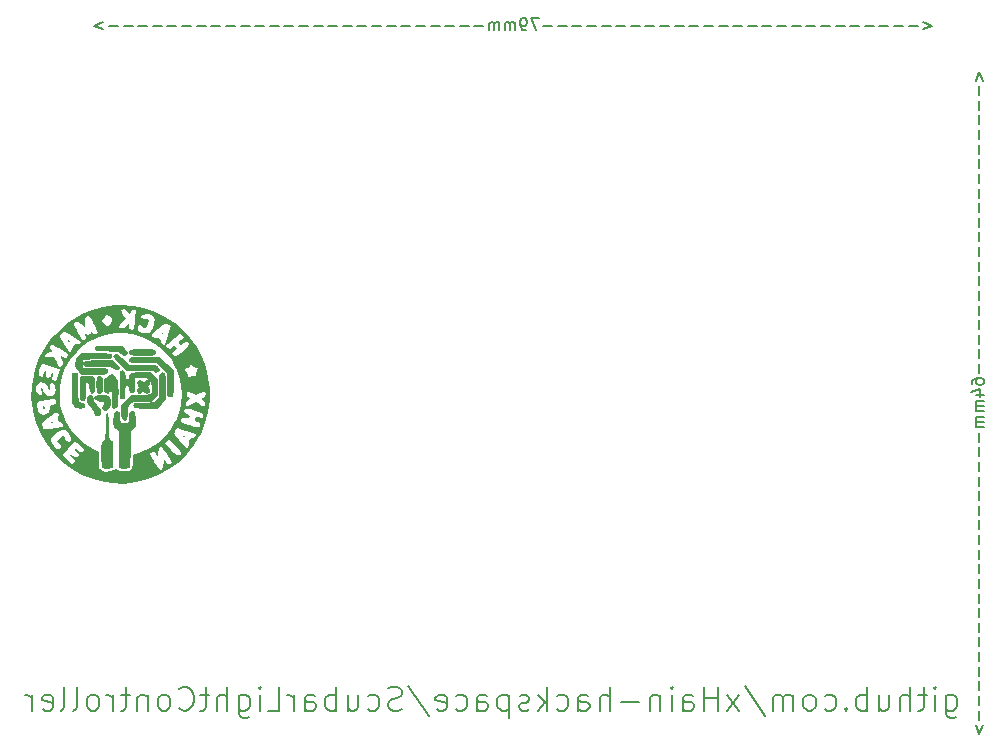
<source format=gbr>
%TF.GenerationSoftware,KiCad,Pcbnew,(5.99.0-11674-g69322a18e7)*%
%TF.CreationDate,2021-09-14T17:31:02+01:00*%
%TF.ProjectId,ScubarLightController,53637562-6172-44c6-9967-6874436f6e74,rev?*%
%TF.SameCoordinates,Original*%
%TF.FileFunction,Legend,Bot*%
%TF.FilePolarity,Positive*%
%FSLAX46Y46*%
G04 Gerber Fmt 4.6, Leading zero omitted, Abs format (unit mm)*
G04 Created by KiCad (PCBNEW (5.99.0-11674-g69322a18e7)) date 2021-09-14 17:31:02*
%MOMM*%
%LPD*%
G01*
G04 APERTURE LIST*
%ADD10C,0.150000*%
%ADD11C,1.400000*%
%ADD12O,1.400000X1.400000*%
%ADD13R,1.500000X1.050000*%
%ADD14O,1.500000X1.050000*%
%ADD15R,1.700000X1.700000*%
%ADD16O,1.700000X1.700000*%
%ADD17C,6.400000*%
%ADD18C,0.800000*%
%ADD19R,2.600000X2.600000*%
%ADD20C,2.600000*%
%ADD21O,1.600000X1.600000*%
%ADD22R,1.600000X1.600000*%
%ADD23C,1.524000*%
%ADD24R,1.050000X1.500000*%
%ADD25O,1.050000X1.500000*%
%ADD26C,1.600000*%
%ADD27R,1.800000X1.800000*%
%ADD28C,1.800000*%
G04 APERTURE END LIST*
D10*
X95674285Y-22391714D02*
X96436190Y-22677428D01*
X95674285Y-22963142D01*
X95198095Y-22677428D02*
X94436190Y-22677428D01*
X93960000Y-22677428D02*
X93198095Y-22677428D01*
X92721904Y-22677428D02*
X91960000Y-22677428D01*
X91483809Y-22677428D02*
X90721904Y-22677428D01*
X90245714Y-22677428D02*
X89483809Y-22677428D01*
X89007619Y-22677428D02*
X88245714Y-22677428D01*
X87769523Y-22677428D02*
X87007619Y-22677428D01*
X86531428Y-22677428D02*
X85769523Y-22677428D01*
X85293333Y-22677428D02*
X84531428Y-22677428D01*
X84055238Y-22677428D02*
X83293333Y-22677428D01*
X82817142Y-22677428D02*
X82055238Y-22677428D01*
X81579047Y-22677428D02*
X80817142Y-22677428D01*
X80340952Y-22677428D02*
X79579047Y-22677428D01*
X79102857Y-22677428D02*
X78340952Y-22677428D01*
X77864761Y-22677428D02*
X77102857Y-22677428D01*
X76626666Y-22677428D02*
X75864761Y-22677428D01*
X75388571Y-22677428D02*
X74626666Y-22677428D01*
X74150476Y-22677428D02*
X73388571Y-22677428D01*
X72912380Y-22677428D02*
X72150476Y-22677428D01*
X71674285Y-22677428D02*
X70912380Y-22677428D01*
X70436190Y-22677428D02*
X69674285Y-22677428D01*
X69198095Y-22677428D02*
X68436190Y-22677428D01*
X67960000Y-22677428D02*
X67198095Y-22677428D01*
X66721904Y-22677428D02*
X65960000Y-22677428D01*
X65483809Y-22677428D02*
X64721904Y-22677428D01*
X64245714Y-22677428D02*
X63483809Y-22677428D01*
X63102857Y-22058380D02*
X62436190Y-22058380D01*
X62864761Y-23058380D01*
X62007619Y-23058380D02*
X61817142Y-23058380D01*
X61721904Y-23010761D01*
X61674285Y-22963142D01*
X61579047Y-22820285D01*
X61531428Y-22629809D01*
X61531428Y-22248857D01*
X61579047Y-22153619D01*
X61626666Y-22106000D01*
X61721904Y-22058380D01*
X61912380Y-22058380D01*
X62007619Y-22106000D01*
X62055238Y-22153619D01*
X62102857Y-22248857D01*
X62102857Y-22486952D01*
X62055238Y-22582190D01*
X62007619Y-22629809D01*
X61912380Y-22677428D01*
X61721904Y-22677428D01*
X61626666Y-22629809D01*
X61579047Y-22582190D01*
X61531428Y-22486952D01*
X61102857Y-23058380D02*
X61102857Y-22391714D01*
X61102857Y-22486952D02*
X61055238Y-22439333D01*
X60960000Y-22391714D01*
X60817142Y-22391714D01*
X60721904Y-22439333D01*
X60674285Y-22534571D01*
X60674285Y-23058380D01*
X60674285Y-22534571D02*
X60626666Y-22439333D01*
X60531428Y-22391714D01*
X60388571Y-22391714D01*
X60293333Y-22439333D01*
X60245714Y-22534571D01*
X60245714Y-23058380D01*
X59769523Y-23058380D02*
X59769523Y-22391714D01*
X59769523Y-22486952D02*
X59721904Y-22439333D01*
X59626666Y-22391714D01*
X59483809Y-22391714D01*
X59388571Y-22439333D01*
X59340952Y-22534571D01*
X59340952Y-23058380D01*
X59340952Y-22534571D02*
X59293333Y-22439333D01*
X59198095Y-22391714D01*
X59055238Y-22391714D01*
X58960000Y-22439333D01*
X58912380Y-22534571D01*
X58912380Y-23058380D01*
X58436190Y-22677428D02*
X57674285Y-22677428D01*
X57198095Y-22677428D02*
X56436190Y-22677428D01*
X55960000Y-22677428D02*
X55198095Y-22677428D01*
X54721904Y-22677428D02*
X53960000Y-22677428D01*
X53483809Y-22677428D02*
X52721904Y-22677428D01*
X52245714Y-22677428D02*
X51483809Y-22677428D01*
X51007619Y-22677428D02*
X50245714Y-22677428D01*
X49769523Y-22677428D02*
X49007619Y-22677428D01*
X48531428Y-22677428D02*
X47769523Y-22677428D01*
X47293333Y-22677428D02*
X46531428Y-22677428D01*
X46055238Y-22677428D02*
X45293333Y-22677428D01*
X44817142Y-22677428D02*
X44055238Y-22677428D01*
X43579047Y-22677428D02*
X42817142Y-22677428D01*
X42340952Y-22677428D02*
X41579047Y-22677428D01*
X41102857Y-22677428D02*
X40340952Y-22677428D01*
X39864761Y-22677428D02*
X39102857Y-22677428D01*
X38626666Y-22677428D02*
X37864761Y-22677428D01*
X37388571Y-22677428D02*
X36626666Y-22677428D01*
X36150476Y-22677428D02*
X35388571Y-22677428D01*
X34912380Y-22677428D02*
X34150476Y-22677428D01*
X33674285Y-22677428D02*
X32912380Y-22677428D01*
X32436190Y-22677428D02*
X31674285Y-22677428D01*
X31198095Y-22677428D02*
X30436190Y-22677428D01*
X29959999Y-22677428D02*
X29198095Y-22677428D01*
X28721904Y-22677428D02*
X27959999Y-22677428D01*
X27483809Y-22677428D02*
X26721904Y-22677428D01*
X26245714Y-22391714D02*
X25483809Y-22677428D01*
X26245714Y-22963142D01*
X100115714Y-27324285D02*
X100401428Y-26562380D01*
X100687142Y-27324285D01*
X100401428Y-27800476D02*
X100401428Y-28562380D01*
X100401428Y-29038571D02*
X100401428Y-29800476D01*
X100401428Y-30276666D02*
X100401428Y-31038571D01*
X100401428Y-31514761D02*
X100401428Y-32276666D01*
X100401428Y-32752857D02*
X100401428Y-33514761D01*
X100401428Y-33990952D02*
X100401428Y-34752857D01*
X100401428Y-35229047D02*
X100401428Y-35990952D01*
X100401428Y-36467142D02*
X100401428Y-37229047D01*
X100401428Y-37705238D02*
X100401428Y-38467142D01*
X100401428Y-38943333D02*
X100401428Y-39705238D01*
X100401428Y-40181428D02*
X100401428Y-40943333D01*
X100401428Y-41419523D02*
X100401428Y-42181428D01*
X100401428Y-42657619D02*
X100401428Y-43419523D01*
X100401428Y-43895714D02*
X100401428Y-44657619D01*
X100401428Y-45133809D02*
X100401428Y-45895714D01*
X100401428Y-46371904D02*
X100401428Y-47133809D01*
X100401428Y-47609999D02*
X100401428Y-48371904D01*
X100401428Y-48848095D02*
X100401428Y-49609999D01*
X100401428Y-50086190D02*
X100401428Y-50848095D01*
X100401428Y-51324285D02*
X100401428Y-52086190D01*
X99782380Y-52990952D02*
X99782380Y-52800476D01*
X99830000Y-52705238D01*
X99877619Y-52657619D01*
X100020476Y-52562380D01*
X100210952Y-52514761D01*
X100591904Y-52514761D01*
X100687142Y-52562380D01*
X100734761Y-52609999D01*
X100782380Y-52705238D01*
X100782380Y-52895714D01*
X100734761Y-52990952D01*
X100687142Y-53038571D01*
X100591904Y-53086190D01*
X100353809Y-53086190D01*
X100258571Y-53038571D01*
X100210952Y-52990952D01*
X100163333Y-52895714D01*
X100163333Y-52705238D01*
X100210952Y-52609999D01*
X100258571Y-52562380D01*
X100353809Y-52514761D01*
X100115714Y-53943333D02*
X100782380Y-53943333D01*
X99734761Y-53705238D02*
X100449047Y-53467142D01*
X100449047Y-54086190D01*
X100782380Y-54467142D02*
X100115714Y-54467142D01*
X100210952Y-54467142D02*
X100163333Y-54514761D01*
X100115714Y-54609999D01*
X100115714Y-54752857D01*
X100163333Y-54848095D01*
X100258571Y-54895714D01*
X100782380Y-54895714D01*
X100258571Y-54895714D02*
X100163333Y-54943333D01*
X100115714Y-55038571D01*
X100115714Y-55181428D01*
X100163333Y-55276666D01*
X100258571Y-55324285D01*
X100782380Y-55324285D01*
X100782380Y-55800476D02*
X100115714Y-55800476D01*
X100210952Y-55800476D02*
X100163333Y-55848095D01*
X100115714Y-55943333D01*
X100115714Y-56086190D01*
X100163333Y-56181428D01*
X100258571Y-56229047D01*
X100782380Y-56229047D01*
X100258571Y-56229047D02*
X100163333Y-56276666D01*
X100115714Y-56371904D01*
X100115714Y-56514761D01*
X100163333Y-56609999D01*
X100258571Y-56657619D01*
X100782380Y-56657619D01*
X100401428Y-57133809D02*
X100401428Y-57895714D01*
X100401428Y-58371904D02*
X100401428Y-59133809D01*
X100401428Y-59609999D02*
X100401428Y-60371904D01*
X100401428Y-60848095D02*
X100401428Y-61609999D01*
X100401428Y-62086190D02*
X100401428Y-62848095D01*
X100401428Y-63324285D02*
X100401428Y-64086190D01*
X100401428Y-64562380D02*
X100401428Y-65324285D01*
X100401428Y-65800476D02*
X100401428Y-66562380D01*
X100401428Y-67038571D02*
X100401428Y-67800476D01*
X100401428Y-68276666D02*
X100401428Y-69038571D01*
X100401428Y-69514761D02*
X100401428Y-70276666D01*
X100401428Y-70752857D02*
X100401428Y-71514761D01*
X100401428Y-71990952D02*
X100401428Y-72752857D01*
X100401428Y-73229047D02*
X100401428Y-73990952D01*
X100401428Y-74467142D02*
X100401428Y-75229047D01*
X100401428Y-75705238D02*
X100401428Y-76467142D01*
X100401428Y-76943333D02*
X100401428Y-77705238D01*
X100401428Y-78181428D02*
X100401428Y-78943333D01*
X100401428Y-79419523D02*
X100401428Y-80181428D01*
X100401428Y-80657619D02*
X100401428Y-81419523D01*
X100115714Y-81895714D02*
X100401428Y-82657619D01*
X100687142Y-81895714D01*
X97610571Y-79327428D02*
X97610571Y-80946476D01*
X97705809Y-81136952D01*
X97801047Y-81232190D01*
X97991523Y-81327428D01*
X98277238Y-81327428D01*
X98467714Y-81232190D01*
X97610571Y-80565523D02*
X97801047Y-80660761D01*
X98182000Y-80660761D01*
X98372476Y-80565523D01*
X98467714Y-80470285D01*
X98562952Y-80279809D01*
X98562952Y-79708380D01*
X98467714Y-79517904D01*
X98372476Y-79422666D01*
X98182000Y-79327428D01*
X97801047Y-79327428D01*
X97610571Y-79422666D01*
X96658190Y-80660761D02*
X96658190Y-79327428D01*
X96658190Y-78660761D02*
X96753428Y-78756000D01*
X96658190Y-78851238D01*
X96562952Y-78756000D01*
X96658190Y-78660761D01*
X96658190Y-78851238D01*
X95991523Y-79327428D02*
X95229619Y-79327428D01*
X95705809Y-78660761D02*
X95705809Y-80375047D01*
X95610571Y-80565523D01*
X95420095Y-80660761D01*
X95229619Y-80660761D01*
X94562952Y-80660761D02*
X94562952Y-78660761D01*
X93705809Y-80660761D02*
X93705809Y-79613142D01*
X93801047Y-79422666D01*
X93991523Y-79327428D01*
X94277238Y-79327428D01*
X94467714Y-79422666D01*
X94562952Y-79517904D01*
X91896285Y-79327428D02*
X91896285Y-80660761D01*
X92753428Y-79327428D02*
X92753428Y-80375047D01*
X92658190Y-80565523D01*
X92467714Y-80660761D01*
X92182000Y-80660761D01*
X91991523Y-80565523D01*
X91896285Y-80470285D01*
X90943904Y-80660761D02*
X90943904Y-78660761D01*
X90943904Y-79422666D02*
X90753428Y-79327428D01*
X90372476Y-79327428D01*
X90182000Y-79422666D01*
X90086761Y-79517904D01*
X89991523Y-79708380D01*
X89991523Y-80279809D01*
X90086761Y-80470285D01*
X90182000Y-80565523D01*
X90372476Y-80660761D01*
X90753428Y-80660761D01*
X90943904Y-80565523D01*
X89134380Y-80470285D02*
X89039142Y-80565523D01*
X89134380Y-80660761D01*
X89229619Y-80565523D01*
X89134380Y-80470285D01*
X89134380Y-80660761D01*
X87324857Y-80565523D02*
X87515333Y-80660761D01*
X87896285Y-80660761D01*
X88086761Y-80565523D01*
X88182000Y-80470285D01*
X88277238Y-80279809D01*
X88277238Y-79708380D01*
X88182000Y-79517904D01*
X88086761Y-79422666D01*
X87896285Y-79327428D01*
X87515333Y-79327428D01*
X87324857Y-79422666D01*
X86182000Y-80660761D02*
X86372476Y-80565523D01*
X86467714Y-80470285D01*
X86562952Y-80279809D01*
X86562952Y-79708380D01*
X86467714Y-79517904D01*
X86372476Y-79422666D01*
X86182000Y-79327428D01*
X85896285Y-79327428D01*
X85705809Y-79422666D01*
X85610571Y-79517904D01*
X85515333Y-79708380D01*
X85515333Y-80279809D01*
X85610571Y-80470285D01*
X85705809Y-80565523D01*
X85896285Y-80660761D01*
X86182000Y-80660761D01*
X84658190Y-80660761D02*
X84658190Y-79327428D01*
X84658190Y-79517904D02*
X84562952Y-79422666D01*
X84372476Y-79327428D01*
X84086761Y-79327428D01*
X83896285Y-79422666D01*
X83801047Y-79613142D01*
X83801047Y-80660761D01*
X83801047Y-79613142D02*
X83705809Y-79422666D01*
X83515333Y-79327428D01*
X83229619Y-79327428D01*
X83039142Y-79422666D01*
X82943904Y-79613142D01*
X82943904Y-80660761D01*
X80562952Y-78565523D02*
X82277238Y-81136952D01*
X80086761Y-80660761D02*
X79039142Y-79327428D01*
X80086761Y-79327428D02*
X79039142Y-80660761D01*
X78277238Y-80660761D02*
X78277238Y-78660761D01*
X78277238Y-79613142D02*
X77134380Y-79613142D01*
X77134380Y-80660761D02*
X77134380Y-78660761D01*
X75324857Y-80660761D02*
X75324857Y-79613142D01*
X75420095Y-79422666D01*
X75610571Y-79327428D01*
X75991523Y-79327428D01*
X76182000Y-79422666D01*
X75324857Y-80565523D02*
X75515333Y-80660761D01*
X75991523Y-80660761D01*
X76182000Y-80565523D01*
X76277238Y-80375047D01*
X76277238Y-80184571D01*
X76182000Y-79994095D01*
X75991523Y-79898857D01*
X75515333Y-79898857D01*
X75324857Y-79803619D01*
X74372476Y-80660761D02*
X74372476Y-79327428D01*
X74372476Y-78660761D02*
X74467714Y-78756000D01*
X74372476Y-78851238D01*
X74277238Y-78756000D01*
X74372476Y-78660761D01*
X74372476Y-78851238D01*
X73420095Y-79327428D02*
X73420095Y-80660761D01*
X73420095Y-79517904D02*
X73324857Y-79422666D01*
X73134380Y-79327428D01*
X72848666Y-79327428D01*
X72658190Y-79422666D01*
X72562952Y-79613142D01*
X72562952Y-80660761D01*
X71610571Y-79898857D02*
X70086761Y-79898857D01*
X69134380Y-80660761D02*
X69134380Y-78660761D01*
X68277238Y-80660761D02*
X68277238Y-79613142D01*
X68372476Y-79422666D01*
X68562952Y-79327428D01*
X68848666Y-79327428D01*
X69039142Y-79422666D01*
X69134380Y-79517904D01*
X66467714Y-80660761D02*
X66467714Y-79613142D01*
X66562952Y-79422666D01*
X66753428Y-79327428D01*
X67134380Y-79327428D01*
X67324857Y-79422666D01*
X66467714Y-80565523D02*
X66658190Y-80660761D01*
X67134380Y-80660761D01*
X67324857Y-80565523D01*
X67420095Y-80375047D01*
X67420095Y-80184571D01*
X67324857Y-79994095D01*
X67134380Y-79898857D01*
X66658190Y-79898857D01*
X66467714Y-79803619D01*
X64658190Y-80565523D02*
X64848666Y-80660761D01*
X65229619Y-80660761D01*
X65420095Y-80565523D01*
X65515333Y-80470285D01*
X65610571Y-80279809D01*
X65610571Y-79708380D01*
X65515333Y-79517904D01*
X65420095Y-79422666D01*
X65229619Y-79327428D01*
X64848666Y-79327428D01*
X64658190Y-79422666D01*
X63801047Y-80660761D02*
X63801047Y-78660761D01*
X63610571Y-79898857D02*
X63039142Y-80660761D01*
X63039142Y-79327428D02*
X63801047Y-80089333D01*
X62277238Y-80565523D02*
X62086761Y-80660761D01*
X61705809Y-80660761D01*
X61515333Y-80565523D01*
X61420095Y-80375047D01*
X61420095Y-80279809D01*
X61515333Y-80089333D01*
X61705809Y-79994095D01*
X61991523Y-79994095D01*
X62182000Y-79898857D01*
X62277238Y-79708380D01*
X62277238Y-79613142D01*
X62182000Y-79422666D01*
X61991523Y-79327428D01*
X61705809Y-79327428D01*
X61515333Y-79422666D01*
X60562952Y-79327428D02*
X60562952Y-81327428D01*
X60562952Y-79422666D02*
X60372476Y-79327428D01*
X59991523Y-79327428D01*
X59801047Y-79422666D01*
X59705809Y-79517904D01*
X59610571Y-79708380D01*
X59610571Y-80279809D01*
X59705809Y-80470285D01*
X59801047Y-80565523D01*
X59991523Y-80660761D01*
X60372476Y-80660761D01*
X60562952Y-80565523D01*
X57896285Y-80660761D02*
X57896285Y-79613142D01*
X57991523Y-79422666D01*
X58182000Y-79327428D01*
X58562952Y-79327428D01*
X58753428Y-79422666D01*
X57896285Y-80565523D02*
X58086761Y-80660761D01*
X58562952Y-80660761D01*
X58753428Y-80565523D01*
X58848666Y-80375047D01*
X58848666Y-80184571D01*
X58753428Y-79994095D01*
X58562952Y-79898857D01*
X58086761Y-79898857D01*
X57896285Y-79803619D01*
X56086761Y-80565523D02*
X56277238Y-80660761D01*
X56658190Y-80660761D01*
X56848666Y-80565523D01*
X56943904Y-80470285D01*
X57039142Y-80279809D01*
X57039142Y-79708380D01*
X56943904Y-79517904D01*
X56848666Y-79422666D01*
X56658190Y-79327428D01*
X56277238Y-79327428D01*
X56086761Y-79422666D01*
X54467714Y-80565523D02*
X54658190Y-80660761D01*
X55039142Y-80660761D01*
X55229619Y-80565523D01*
X55324857Y-80375047D01*
X55324857Y-79613142D01*
X55229619Y-79422666D01*
X55039142Y-79327428D01*
X54658190Y-79327428D01*
X54467714Y-79422666D01*
X54372476Y-79613142D01*
X54372476Y-79803619D01*
X55324857Y-79994095D01*
X52086761Y-78565523D02*
X53801047Y-81136952D01*
X51515333Y-80565523D02*
X51229619Y-80660761D01*
X50753428Y-80660761D01*
X50562952Y-80565523D01*
X50467714Y-80470285D01*
X50372476Y-80279809D01*
X50372476Y-80089333D01*
X50467714Y-79898857D01*
X50562952Y-79803619D01*
X50753428Y-79708380D01*
X51134380Y-79613142D01*
X51324857Y-79517904D01*
X51420095Y-79422666D01*
X51515333Y-79232190D01*
X51515333Y-79041714D01*
X51420095Y-78851238D01*
X51324857Y-78756000D01*
X51134380Y-78660761D01*
X50658190Y-78660761D01*
X50372476Y-78756000D01*
X48658190Y-80565523D02*
X48848666Y-80660761D01*
X49229619Y-80660761D01*
X49420095Y-80565523D01*
X49515333Y-80470285D01*
X49610571Y-80279809D01*
X49610571Y-79708380D01*
X49515333Y-79517904D01*
X49420095Y-79422666D01*
X49229619Y-79327428D01*
X48848666Y-79327428D01*
X48658190Y-79422666D01*
X46943904Y-79327428D02*
X46943904Y-80660761D01*
X47801047Y-79327428D02*
X47801047Y-80375047D01*
X47705809Y-80565523D01*
X47515333Y-80660761D01*
X47229619Y-80660761D01*
X47039142Y-80565523D01*
X46943904Y-80470285D01*
X45991523Y-80660761D02*
X45991523Y-78660761D01*
X45991523Y-79422666D02*
X45801047Y-79327428D01*
X45420095Y-79327428D01*
X45229619Y-79422666D01*
X45134380Y-79517904D01*
X45039142Y-79708380D01*
X45039142Y-80279809D01*
X45134380Y-80470285D01*
X45229619Y-80565523D01*
X45420095Y-80660761D01*
X45801047Y-80660761D01*
X45991523Y-80565523D01*
X43324857Y-80660761D02*
X43324857Y-79613142D01*
X43420095Y-79422666D01*
X43610571Y-79327428D01*
X43991523Y-79327428D01*
X44182000Y-79422666D01*
X43324857Y-80565523D02*
X43515333Y-80660761D01*
X43991523Y-80660761D01*
X44182000Y-80565523D01*
X44277238Y-80375047D01*
X44277238Y-80184571D01*
X44182000Y-79994095D01*
X43991523Y-79898857D01*
X43515333Y-79898857D01*
X43324857Y-79803619D01*
X42372476Y-80660761D02*
X42372476Y-79327428D01*
X42372476Y-79708380D02*
X42277238Y-79517904D01*
X42182000Y-79422666D01*
X41991523Y-79327428D01*
X41801047Y-79327428D01*
X40182000Y-80660761D02*
X41134380Y-80660761D01*
X41134380Y-78660761D01*
X39515333Y-80660761D02*
X39515333Y-79327428D01*
X39515333Y-78660761D02*
X39610571Y-78756000D01*
X39515333Y-78851238D01*
X39420095Y-78756000D01*
X39515333Y-78660761D01*
X39515333Y-78851238D01*
X37705809Y-79327428D02*
X37705809Y-80946476D01*
X37801047Y-81136952D01*
X37896285Y-81232190D01*
X38086761Y-81327428D01*
X38372476Y-81327428D01*
X38562952Y-81232190D01*
X37705809Y-80565523D02*
X37896285Y-80660761D01*
X38277238Y-80660761D01*
X38467714Y-80565523D01*
X38562952Y-80470285D01*
X38658190Y-80279809D01*
X38658190Y-79708380D01*
X38562952Y-79517904D01*
X38467714Y-79422666D01*
X38277238Y-79327428D01*
X37896285Y-79327428D01*
X37705809Y-79422666D01*
X36753428Y-80660761D02*
X36753428Y-78660761D01*
X35896285Y-80660761D02*
X35896285Y-79613142D01*
X35991523Y-79422666D01*
X36182000Y-79327428D01*
X36467714Y-79327428D01*
X36658190Y-79422666D01*
X36753428Y-79517904D01*
X35229619Y-79327428D02*
X34467714Y-79327428D01*
X34943904Y-78660761D02*
X34943904Y-80375047D01*
X34848666Y-80565523D01*
X34658190Y-80660761D01*
X34467714Y-80660761D01*
X32658190Y-80470285D02*
X32753428Y-80565523D01*
X33039142Y-80660761D01*
X33229619Y-80660761D01*
X33515333Y-80565523D01*
X33705809Y-80375047D01*
X33801047Y-80184571D01*
X33896285Y-79803619D01*
X33896285Y-79517904D01*
X33801047Y-79136952D01*
X33705809Y-78946476D01*
X33515333Y-78756000D01*
X33229619Y-78660761D01*
X33039142Y-78660761D01*
X32753428Y-78756000D01*
X32658190Y-78851238D01*
X31515333Y-80660761D02*
X31705809Y-80565523D01*
X31801047Y-80470285D01*
X31896285Y-80279809D01*
X31896285Y-79708380D01*
X31801047Y-79517904D01*
X31705809Y-79422666D01*
X31515333Y-79327428D01*
X31229619Y-79327428D01*
X31039142Y-79422666D01*
X30943904Y-79517904D01*
X30848666Y-79708380D01*
X30848666Y-80279809D01*
X30943904Y-80470285D01*
X31039142Y-80565523D01*
X31229619Y-80660761D01*
X31515333Y-80660761D01*
X29991523Y-79327428D02*
X29991523Y-80660761D01*
X29991523Y-79517904D02*
X29896285Y-79422666D01*
X29705809Y-79327428D01*
X29420095Y-79327428D01*
X29229619Y-79422666D01*
X29134380Y-79613142D01*
X29134380Y-80660761D01*
X28467714Y-79327428D02*
X27705809Y-79327428D01*
X28182000Y-78660761D02*
X28182000Y-80375047D01*
X28086761Y-80565523D01*
X27896285Y-80660761D01*
X27705809Y-80660761D01*
X27039142Y-80660761D02*
X27039142Y-79327428D01*
X27039142Y-79708380D02*
X26943904Y-79517904D01*
X26848666Y-79422666D01*
X26658190Y-79327428D01*
X26467714Y-79327428D01*
X25515333Y-80660761D02*
X25705809Y-80565523D01*
X25801047Y-80470285D01*
X25896285Y-80279809D01*
X25896285Y-79708380D01*
X25801047Y-79517904D01*
X25705809Y-79422666D01*
X25515333Y-79327428D01*
X25229619Y-79327428D01*
X25039142Y-79422666D01*
X24943904Y-79517904D01*
X24848666Y-79708380D01*
X24848666Y-80279809D01*
X24943904Y-80470285D01*
X25039142Y-80565523D01*
X25229619Y-80660761D01*
X25515333Y-80660761D01*
X23705809Y-80660761D02*
X23896285Y-80565523D01*
X23991523Y-80375047D01*
X23991523Y-78660761D01*
X22658190Y-80660761D02*
X22848666Y-80565523D01*
X22943904Y-80375047D01*
X22943904Y-78660761D01*
X21134380Y-80565523D02*
X21324857Y-80660761D01*
X21705809Y-80660761D01*
X21896285Y-80565523D01*
X21991523Y-80375047D01*
X21991523Y-79613142D01*
X21896285Y-79422666D01*
X21705809Y-79327428D01*
X21324857Y-79327428D01*
X21134380Y-79422666D01*
X21039142Y-79613142D01*
X21039142Y-79803619D01*
X21991523Y-79994095D01*
X20182000Y-80660761D02*
X20182000Y-79327428D01*
X20182000Y-79708380D02*
X20086761Y-79517904D01*
X19991523Y-79422666D01*
X19801047Y-79327428D01*
X19610571Y-79327428D01*
%TO.C,G\u002A\u002A\u002A*%
G36*
X27492332Y-50466816D02*
G01*
X27662498Y-50598718D01*
X27873524Y-50789355D01*
X27977954Y-50891965D01*
X28448162Y-51366390D01*
X29587116Y-51366390D01*
X30019393Y-51367363D01*
X30330152Y-51372404D01*
X30543849Y-51384697D01*
X30684940Y-51407426D01*
X30777881Y-51443774D01*
X30847129Y-51496925D01*
X30884771Y-51535319D01*
X31019347Y-51736709D01*
X31021368Y-51904901D01*
X30907577Y-52017891D01*
X30747517Y-52045573D01*
X30633870Y-51986286D01*
X30540467Y-51943576D01*
X30377609Y-51913208D01*
X30125423Y-51893520D01*
X29764035Y-51882848D01*
X29359145Y-51879631D01*
X28222234Y-51877310D01*
X27662163Y-51301784D01*
X27435745Y-51063385D01*
X27253211Y-50860280D01*
X27135518Y-50716503D01*
X27102092Y-50659485D01*
X27162574Y-50534518D01*
X27299171Y-50438241D01*
X27392505Y-50417540D01*
X27492332Y-50466816D01*
G37*
G36*
X28116370Y-50018643D02*
G01*
X28270039Y-50204312D01*
X28329508Y-50324752D01*
X28302185Y-50419540D01*
X28209419Y-50515710D01*
X28096603Y-50607009D01*
X28006811Y-50620948D01*
X27889760Y-50550644D01*
X27774902Y-50456224D01*
X27678411Y-50382551D01*
X27575494Y-50331362D01*
X27437451Y-50297793D01*
X27235584Y-50276977D01*
X26941191Y-50264049D01*
X26591060Y-50255506D01*
X26185686Y-50244269D01*
X25902582Y-50228412D01*
X25718051Y-50204717D01*
X25608392Y-50169966D01*
X25549908Y-50120942D01*
X25544893Y-50113457D01*
X25511594Y-49969809D01*
X25564255Y-49876244D01*
X25624191Y-49830756D01*
X25731040Y-49798616D01*
X25906997Y-49777705D01*
X26174254Y-49765903D01*
X26555005Y-49761092D01*
X26775019Y-49760643D01*
X27889843Y-49760643D01*
X28116370Y-50018643D01*
G37*
G36*
X28025363Y-51914693D02*
G01*
X28111699Y-52110166D01*
X28138196Y-52296775D01*
X28167970Y-52524701D01*
X28227733Y-52638823D01*
X28288155Y-52666632D01*
X28376979Y-52652846D01*
X28412390Y-52543683D01*
X28415885Y-52444673D01*
X28426778Y-52277009D01*
X28474295Y-52160636D01*
X28580697Y-52086317D01*
X28768240Y-52044814D01*
X29059184Y-52026891D01*
X29431312Y-52023287D01*
X30271566Y-52023287D01*
X30897494Y-52637589D01*
X30897494Y-53976990D01*
X30605330Y-54240943D01*
X30313165Y-54504896D01*
X29524157Y-54504896D01*
X29174606Y-54506519D01*
X28938738Y-54515859D01*
X28784265Y-54539627D01*
X28678899Y-54584532D01*
X28590349Y-54657285D01*
X28539023Y-54709608D01*
X28430527Y-54841071D01*
X28371177Y-54980987D01*
X28346784Y-55179140D01*
X28342896Y-55397786D01*
X28315090Y-55758598D01*
X28233429Y-55996292D01*
X28100552Y-56104429D01*
X28050942Y-56110643D01*
X27954408Y-56064275D01*
X27873684Y-55995947D01*
X27807810Y-55879396D01*
X27771176Y-55675476D01*
X27759043Y-55356562D01*
X27758988Y-55327372D01*
X27758988Y-54773494D01*
X28611494Y-53920988D01*
X29411448Y-53920988D01*
X29838222Y-53912253D01*
X30131206Y-53886384D01*
X30285263Y-53843889D01*
X30298988Y-53833402D01*
X30366859Y-53682415D01*
X30391745Y-53444753D01*
X30376631Y-53172290D01*
X30324502Y-52916901D01*
X30238343Y-52730461D01*
X30235300Y-52726521D01*
X30147980Y-52629702D01*
X30048912Y-52572264D01*
X29899487Y-52544036D01*
X29661100Y-52534844D01*
X29505415Y-52534206D01*
X28926804Y-52534206D01*
X28926804Y-53149690D01*
X28923503Y-53452752D01*
X28908934Y-53640947D01*
X28876095Y-53745321D01*
X28817986Y-53796922D01*
X28777325Y-53812617D01*
X28593576Y-53811011D01*
X28467286Y-53687339D01*
X28416192Y-53460006D01*
X28415885Y-53437626D01*
X28397851Y-53264794D01*
X28329140Y-53197244D01*
X28273105Y-53191103D01*
X28198191Y-53206850D01*
X28152371Y-53274345D01*
X28126215Y-53423966D01*
X28110297Y-53686093D01*
X28108881Y-53720270D01*
X28087436Y-54249436D01*
X27649505Y-54249436D01*
X27629261Y-53118595D01*
X27623204Y-52681413D01*
X27624413Y-52367510D01*
X27634766Y-52154285D01*
X27656139Y-52019139D01*
X27690410Y-51939474D01*
X27730580Y-51898866D01*
X27894338Y-51840369D01*
X28025363Y-51914693D01*
G37*
G36*
X26514685Y-53938453D02*
G01*
X26721221Y-54005516D01*
X26834277Y-54144183D01*
X26878786Y-54376457D01*
X26883126Y-54532948D01*
X26869832Y-54782051D01*
X26815430Y-54948032D01*
X26698141Y-55092461D01*
X26678414Y-55111643D01*
X26534180Y-55245255D01*
X26445165Y-55294157D01*
X26360095Y-55273482D01*
X26280971Y-55228935D01*
X26180175Y-55109324D01*
X26156651Y-54955604D01*
X26220035Y-54837426D01*
X26226229Y-54833344D01*
X26287545Y-54730396D01*
X26299218Y-54646566D01*
X26272636Y-54552899D01*
X26167774Y-54512058D01*
X26012477Y-54504896D01*
X25774798Y-54467637D01*
X25589609Y-54371843D01*
X25499294Y-54241489D01*
X25496344Y-54212942D01*
X25564161Y-54066059D01*
X25761049Y-53968173D01*
X26077160Y-53923431D01*
X26189735Y-53920988D01*
X26514685Y-53938453D01*
G37*
G36*
X27158924Y-52277329D02*
G01*
X27363881Y-52504051D01*
X27397678Y-52557112D01*
X27455928Y-52670952D01*
X27495977Y-52806929D01*
X27521075Y-52993423D01*
X27534471Y-53258818D01*
X27539414Y-53631496D01*
X27539750Y-53798057D01*
X27534543Y-54179375D01*
X27520072Y-54515969D01*
X27498382Y-54776615D01*
X27471518Y-54930091D01*
X27464466Y-54947626D01*
X27345612Y-55054478D01*
X27184956Y-55084992D01*
X27045382Y-55035680D01*
X27000418Y-54973352D01*
X26983640Y-54861250D01*
X26968121Y-54633138D01*
X26955306Y-54318984D01*
X26946641Y-53948755D01*
X26944985Y-53823783D01*
X26939116Y-53439831D01*
X26931015Y-53196926D01*
X26920213Y-53090145D01*
X26906243Y-53114569D01*
X26890202Y-53248532D01*
X26832753Y-53580324D01*
X26738233Y-53780028D01*
X26610189Y-53844036D01*
X26452166Y-53768738D01*
X26413914Y-53733303D01*
X26339259Y-53589752D01*
X26303677Y-53336132D01*
X26299218Y-53154995D01*
X26309249Y-52875533D01*
X26349149Y-52687038D01*
X26433632Y-52535289D01*
X26484895Y-52470719D01*
X26718754Y-52260599D01*
X26943656Y-52196157D01*
X27158924Y-52277329D01*
G37*
G36*
X26633764Y-55437981D02*
G01*
X26665180Y-55513327D01*
X26687666Y-55663034D01*
X26703468Y-55906842D01*
X26714831Y-56264493D01*
X26720700Y-56555925D01*
X26728900Y-56986167D01*
X26738424Y-57293342D01*
X26753035Y-57500338D01*
X26776497Y-57630043D01*
X26812571Y-57705347D01*
X26865021Y-57749138D01*
X26921418Y-57776918D01*
X26991126Y-57812435D01*
X27040107Y-57860618D01*
X27072020Y-57945028D01*
X27090520Y-58089227D01*
X27099264Y-58316775D01*
X27101910Y-58651236D01*
X27102092Y-58941033D01*
X27096750Y-59434259D01*
X27080364Y-59789099D01*
X27052394Y-60012765D01*
X27014505Y-60110413D01*
X26892403Y-60163464D01*
X26687251Y-60194586D01*
X26591172Y-60198000D01*
X26369798Y-60179986D01*
X26205099Y-60134587D01*
X26167839Y-60110413D01*
X26127363Y-60001644D01*
X26099631Y-59765149D01*
X26084149Y-59394622D01*
X26080252Y-58984389D01*
X26081166Y-58575507D01*
X26086507Y-58287110D01*
X26100172Y-58093706D01*
X26126061Y-57969804D01*
X26168071Y-57889912D01*
X26230101Y-57828540D01*
X26260773Y-57803954D01*
X26329552Y-57744521D01*
X26378705Y-57675691D01*
X26412087Y-57573162D01*
X26433557Y-57412635D01*
X26446973Y-57169808D01*
X26456192Y-56820383D01*
X26461491Y-56539604D01*
X26471368Y-56103949D01*
X26484339Y-55794405D01*
X26502700Y-55591111D01*
X26528747Y-55474203D01*
X26564773Y-55423820D01*
X26591172Y-55417252D01*
X26633764Y-55437981D01*
G37*
G36*
X26130626Y-52405465D02*
G01*
X26194522Y-52585231D01*
X26222994Y-52886333D01*
X26226229Y-53087989D01*
X26221949Y-53394152D01*
X26204657Y-53586848D01*
X26167676Y-53698447D01*
X26104329Y-53761322D01*
X26085051Y-53772443D01*
X25959283Y-53834361D01*
X25882529Y-53831928D01*
X25794860Y-53780611D01*
X25728947Y-53669322D01*
X25679139Y-53456306D01*
X25650180Y-53185371D01*
X25646812Y-52900323D01*
X25672594Y-52651186D01*
X25755943Y-52435263D01*
X25867325Y-52349819D01*
X26023996Y-52332005D01*
X26130626Y-52405465D01*
G37*
G36*
X27415119Y-51289778D02*
G01*
X27588119Y-51463444D01*
X27664242Y-51579852D01*
X27661337Y-51672007D01*
X27642051Y-51709462D01*
X27492401Y-51839450D01*
X27307460Y-51844567D01*
X27141494Y-51734546D01*
X27080201Y-51677838D01*
X26999600Y-51637601D01*
X26875755Y-51611039D01*
X26684726Y-51595356D01*
X26402579Y-51587755D01*
X26005374Y-51585438D01*
X25864572Y-51585356D01*
X25393600Y-51582349D01*
X25049205Y-51570355D01*
X24812055Y-51544911D01*
X24662820Y-51501556D01*
X24582170Y-51435829D01*
X24550774Y-51343267D01*
X24547494Y-51281372D01*
X24570661Y-51182670D01*
X24651597Y-51109296D01*
X24807456Y-51057872D01*
X25055391Y-51025020D01*
X25412558Y-51007361D01*
X25896109Y-51001516D01*
X25968798Y-51001448D01*
X27107744Y-51001448D01*
X27415119Y-51289778D01*
G37*
G36*
X31334588Y-48649298D02*
G01*
X31335425Y-48665816D01*
X31279315Y-48735999D01*
X31258129Y-48738804D01*
X31214537Y-48694089D01*
X31225942Y-48665816D01*
X31291530Y-48596186D01*
X31303238Y-48592827D01*
X31334588Y-48649298D01*
G37*
G36*
X25040271Y-52320907D02*
G01*
X25279099Y-52343698D01*
X25444082Y-52381141D01*
X25481747Y-52402827D01*
X25535063Y-52531351D01*
X25565795Y-52757344D01*
X25574852Y-53036168D01*
X25563141Y-53323187D01*
X25531570Y-53573762D01*
X25481048Y-53743258D01*
X25453732Y-53780089D01*
X25304465Y-53844018D01*
X25184870Y-53769998D01*
X25099734Y-53563916D01*
X25058413Y-53293783D01*
X25026440Y-53037678D01*
X24978204Y-52897067D01*
X24902716Y-52841561D01*
X24894189Y-52839697D01*
X24837137Y-52842039D01*
X24800032Y-52891342D01*
X24778681Y-53012070D01*
X24768890Y-53228684D01*
X24766463Y-53565646D01*
X24766459Y-53584620D01*
X24763335Y-53935683D01*
X24751121Y-54168436D01*
X24725551Y-54310464D01*
X24682362Y-54389355D01*
X24636845Y-54423151D01*
X24449881Y-54448917D01*
X24381385Y-54422092D01*
X24329704Y-54376263D01*
X24294217Y-54290678D01*
X24272017Y-54141200D01*
X24260195Y-53903692D01*
X24255841Y-53554017D01*
X24255540Y-53377756D01*
X24257976Y-52974485D01*
X24267007Y-52694342D01*
X24285218Y-52514533D01*
X24315193Y-52412264D01*
X24359517Y-52364741D01*
X24370992Y-52359544D01*
X24537189Y-52326920D01*
X24776625Y-52314678D01*
X25040271Y-52320907D01*
G37*
G36*
X24093236Y-53222432D02*
G01*
X24104534Y-53701024D01*
X24122646Y-54052752D01*
X24152427Y-54296713D01*
X24198736Y-54452007D01*
X24266432Y-54537732D01*
X24360372Y-54572987D01*
X24438011Y-54577885D01*
X24628987Y-54634028D01*
X24734173Y-54776228D01*
X24731077Y-54939325D01*
X24675556Y-55032214D01*
X24559003Y-55076910D01*
X24340161Y-55088794D01*
X24330098Y-55088804D01*
X24096052Y-55074780D01*
X23941760Y-55014674D01*
X23802243Y-54881436D01*
X23785949Y-54862274D01*
X23595337Y-54635743D01*
X23615237Y-53347762D01*
X23635138Y-52059781D01*
X24073069Y-52059781D01*
X24093236Y-53222432D01*
G37*
G36*
X29999726Y-50054196D02*
G01*
X30282097Y-50061113D01*
X30467179Y-50076529D01*
X30579311Y-50103624D01*
X30642828Y-50145579D01*
X30675960Y-50193776D01*
X30740663Y-50334653D01*
X30723739Y-50425389D01*
X30636821Y-50521809D01*
X30508231Y-50576142D01*
X30270144Y-50615250D01*
X29958243Y-50639133D01*
X29608211Y-50647790D01*
X29255730Y-50641222D01*
X28936484Y-50619429D01*
X28686157Y-50582410D01*
X28540432Y-50530165D01*
X28530581Y-50521809D01*
X28437796Y-50391909D01*
X28415885Y-50317441D01*
X28435407Y-50217104D01*
X28507007Y-50145106D01*
X28650231Y-50097060D01*
X28884628Y-50068576D01*
X29229745Y-50055267D01*
X29595730Y-50052597D01*
X29999726Y-50054196D01*
G37*
G36*
X26124979Y-50418958D02*
G01*
X26471811Y-50424386D01*
X26712656Y-50435586D01*
X26867500Y-50454321D01*
X26956330Y-50482352D01*
X26999133Y-50521442D01*
X27006515Y-50536943D01*
X27009697Y-50696679D01*
X26978187Y-50774156D01*
X26927886Y-50819717D01*
X26828444Y-50854341D01*
X26659118Y-50880548D01*
X26399162Y-50900857D01*
X26027831Y-50917787D01*
X25707519Y-50928459D01*
X24511000Y-50964954D01*
X24511000Y-51621850D01*
X25423356Y-51639715D01*
X25877455Y-51650748D01*
X26205684Y-51666158D01*
X26428148Y-51690170D01*
X26564953Y-51727013D01*
X26636206Y-51780914D01*
X26662012Y-51856099D01*
X26664161Y-51900597D01*
X26651970Y-52027952D01*
X26601783Y-52119316D01*
X26493176Y-52180546D01*
X26305724Y-52217503D01*
X26019005Y-52236044D01*
X25612594Y-52242029D01*
X25473160Y-52242252D01*
X24457332Y-52242252D01*
X24173964Y-51958885D01*
X24005681Y-51775213D01*
X23921321Y-51620134D01*
X23892753Y-51428685D01*
X23890597Y-51304528D01*
X23907743Y-51048046D01*
X23977262Y-50860027D01*
X24117124Y-50675539D01*
X24343650Y-50417540D01*
X25652173Y-50417540D01*
X26124979Y-50418958D01*
G37*
G36*
X23346481Y-49297583D02*
G01*
X23417687Y-49366379D01*
X23411445Y-49403349D01*
X23348224Y-49464031D01*
X23293220Y-49391512D01*
X23281721Y-49362924D01*
X23284997Y-49288827D01*
X23346481Y-49297583D01*
G37*
G36*
X25255535Y-53982272D02*
G01*
X25367406Y-54126457D01*
X25422641Y-54294045D01*
X25423356Y-54312442D01*
X25477254Y-54459476D01*
X25622553Y-54658863D01*
X25751804Y-54796850D01*
X25953188Y-55016706D01*
X26055086Y-55193609D01*
X26080252Y-55344863D01*
X26034144Y-55583508D01*
X25905140Y-55720375D01*
X25788298Y-55745701D01*
X25635043Y-55697006D01*
X25583931Y-55658115D01*
X25508810Y-55513756D01*
X25496344Y-55428471D01*
X25448690Y-55304057D01*
X25324361Y-55119817D01*
X25167896Y-54935276D01*
X24960035Y-54685708D01*
X24857558Y-54486676D01*
X24839448Y-54367259D01*
X24881245Y-54169383D01*
X24983644Y-54003581D01*
X25112158Y-53922568D01*
X25131402Y-53920988D01*
X25255535Y-53982272D01*
G37*
G36*
X31640650Y-51280131D02*
G01*
X32211287Y-51850769D01*
X32211287Y-52907775D01*
X32207639Y-53362700D01*
X32193582Y-53691482D01*
X32164441Y-53913841D01*
X32115545Y-54049499D01*
X32042221Y-54118176D01*
X31939795Y-54139594D01*
X31919333Y-54139954D01*
X31766077Y-54091258D01*
X31714965Y-54052367D01*
X31672341Y-53935990D01*
X31643963Y-53684022D01*
X31629510Y-53292651D01*
X31627379Y-53009996D01*
X31627379Y-52055212D01*
X31205579Y-51637812D01*
X30783778Y-51220413D01*
X29641244Y-51220413D01*
X29209165Y-51219438D01*
X28900892Y-51214654D01*
X28694257Y-51203278D01*
X28567094Y-51182526D01*
X28497234Y-51149611D01*
X28462511Y-51101751D01*
X28451267Y-51070934D01*
X28425198Y-50948880D01*
X28446156Y-50857548D01*
X28530668Y-50792588D01*
X28695260Y-50749651D01*
X28956458Y-50724389D01*
X29330791Y-50712453D01*
X29824874Y-50709494D01*
X31070012Y-50709494D01*
X31640650Y-51280131D01*
G37*
G36*
X21456784Y-58094221D02*
G01*
X21287800Y-57803986D01*
X21799462Y-57803986D01*
X21863261Y-58031003D01*
X22049010Y-58282019D01*
X22066845Y-58301326D01*
X22290924Y-58477213D01*
X22503617Y-58509742D01*
X22639356Y-58454270D01*
X22704513Y-58343994D01*
X22666131Y-58201135D01*
X22542193Y-58073991D01*
X22486661Y-58044186D01*
X22337094Y-57936001D01*
X22327786Y-57802274D01*
X22459406Y-57639653D01*
X22587381Y-57540005D01*
X22768756Y-57418237D01*
X22873360Y-57375791D01*
X22941053Y-57404202D01*
X22983561Y-57455864D01*
X23044382Y-57600320D01*
X23040555Y-57681393D01*
X23067754Y-57784958D01*
X23159717Y-57861835D01*
X23339966Y-57895555D01*
X23473705Y-57806976D01*
X23525655Y-57620734D01*
X23469839Y-57417443D01*
X23328967Y-57192240D01*
X23142900Y-56998746D01*
X22993517Y-56904936D01*
X22871947Y-56867546D01*
X22756782Y-56879099D01*
X22607004Y-56952715D01*
X22383815Y-57099989D01*
X22055335Y-57355172D01*
X21862019Y-57584274D01*
X21799462Y-57803986D01*
X21287800Y-57803986D01*
X20951049Y-57225604D01*
X20657491Y-56520307D01*
X21063507Y-56520307D01*
X21110004Y-56671774D01*
X21174862Y-56783800D01*
X21264908Y-56830482D01*
X21428481Y-56827948D01*
X21539283Y-56815008D01*
X21802543Y-56783836D01*
X22129407Y-56748118D01*
X22376086Y-56722878D01*
X22622639Y-56689465D01*
X22799345Y-56648061D01*
X22868723Y-56607507D01*
X22868758Y-56606685D01*
X22823996Y-56452210D01*
X22721003Y-56314434D01*
X22609166Y-56256620D01*
X22487942Y-56194404D01*
X22405507Y-56049470D01*
X22386482Y-55884385D01*
X22425161Y-55789022D01*
X22463273Y-55654842D01*
X22423843Y-55501424D01*
X22331104Y-55395337D01*
X22276544Y-55380758D01*
X22184121Y-55425905D01*
X22014555Y-55544602D01*
X21798286Y-55711735D01*
X21565757Y-55902189D01*
X21347408Y-56090849D01*
X21173680Y-56252601D01*
X21075016Y-56362331D01*
X21064987Y-56380315D01*
X21063507Y-56520307D01*
X20657491Y-56520307D01*
X20561651Y-56290044D01*
X20298746Y-55297806D01*
X20275314Y-55170479D01*
X20223417Y-54682289D01*
X20608182Y-54682289D01*
X20625154Y-54838736D01*
X20630550Y-54882899D01*
X20697963Y-55231037D01*
X20810796Y-55454513D01*
X20982898Y-55571185D01*
X21186408Y-55599724D01*
X21413476Y-55571149D01*
X21573603Y-55463904D01*
X21628420Y-55400082D01*
X21749587Y-55154953D01*
X21755975Y-54999556D01*
X21753549Y-54858962D01*
X21827696Y-54788692D01*
X21969177Y-54753144D01*
X22137188Y-54702799D01*
X22203057Y-54608587D01*
X22211862Y-54496773D01*
X22202488Y-54384963D01*
X22157943Y-54317190D01*
X22053594Y-54289262D01*
X21864808Y-54296986D01*
X21566951Y-54336171D01*
X21408988Y-54360140D01*
X21053851Y-54414858D01*
X20819268Y-54458942D01*
X20682173Y-54507881D01*
X20619500Y-54577167D01*
X20608182Y-54682289D01*
X20223417Y-54682289D01*
X20167041Y-54151969D01*
X20189542Y-53381658D01*
X20546177Y-53381658D01*
X20567538Y-53605811D01*
X20684401Y-53801662D01*
X20827818Y-53954068D01*
X20933466Y-53978131D01*
X21027710Y-53876641D01*
X21048239Y-53840164D01*
X21092799Y-53688142D01*
X21050807Y-53606600D01*
X20982404Y-53488357D01*
X20981106Y-53377712D01*
X21036905Y-53337080D01*
X21102896Y-53398657D01*
X21176362Y-53548971D01*
X21183794Y-53569553D01*
X21277812Y-53775489D01*
X21384718Y-53934496D01*
X21572692Y-54044700D01*
X21804507Y-54052882D01*
X21923856Y-54001744D01*
X22543955Y-54001744D01*
X22621221Y-54781178D01*
X22814503Y-55540134D01*
X23121350Y-56264431D01*
X23539311Y-56939892D01*
X24065935Y-57552335D01*
X24698770Y-58087584D01*
X25405109Y-58516228D01*
X25861287Y-58747598D01*
X25861287Y-59413353D01*
X25865421Y-59740290D01*
X25882371Y-59957250D01*
X25918958Y-60100111D01*
X25982004Y-60204750D01*
X26019987Y-60248037D01*
X26223298Y-60371475D01*
X26500194Y-60426388D01*
X26795096Y-60412275D01*
X27052429Y-60328634D01*
X27152129Y-60258265D01*
X27321057Y-60099565D01*
X27489985Y-60258265D01*
X27643033Y-60361365D01*
X27848301Y-60408797D01*
X28050942Y-60416965D01*
X28364569Y-60393002D01*
X28576832Y-60307192D01*
X28705224Y-60138653D01*
X28767237Y-59866504D01*
X28780827Y-59545654D01*
X28780827Y-58991743D01*
X28897598Y-58952096D01*
X30217175Y-58952096D01*
X30252502Y-59060426D01*
X30345655Y-59234641D01*
X30505837Y-59499454D01*
X30568555Y-59600607D01*
X30778751Y-59926638D01*
X30936153Y-60135869D01*
X31055578Y-60240877D01*
X31151844Y-60254237D01*
X31239771Y-60188522D01*
X31248831Y-60177899D01*
X31298507Y-60053907D01*
X31337436Y-59844053D01*
X31349003Y-59721721D01*
X31371919Y-59358632D01*
X31515386Y-59595844D01*
X31646222Y-59773303D01*
X31767629Y-59824132D01*
X31916874Y-59760007D01*
X31954644Y-59733465D01*
X32010140Y-59682387D01*
X32026659Y-59617763D01*
X31994981Y-59514760D01*
X31905884Y-59348545D01*
X31750151Y-59094283D01*
X31670114Y-58967086D01*
X31490305Y-58695150D01*
X31330220Y-58476712D01*
X31209682Y-58337450D01*
X31155365Y-58300298D01*
X31016370Y-58361141D01*
X30926638Y-58548233D01*
X30883915Y-58849565D01*
X30861000Y-59212655D01*
X30731395Y-58975442D01*
X30600411Y-58793549D01*
X30464285Y-58746759D01*
X30294488Y-58826081D01*
X30283190Y-58834228D01*
X30230472Y-58884935D01*
X30217175Y-58952096D01*
X28897598Y-58952096D01*
X29404816Y-58779882D01*
X30178092Y-58445077D01*
X30856992Y-58008546D01*
X31448761Y-58008546D01*
X31994247Y-58557697D01*
X32270417Y-58825824D01*
X32471158Y-58991309D01*
X32615423Y-59062870D01*
X32722166Y-59049224D01*
X32810341Y-58959090D01*
X32823409Y-58939080D01*
X32844938Y-58867496D01*
X32813803Y-58775319D01*
X32715380Y-58641641D01*
X32535044Y-58445554D01*
X32339280Y-58246997D01*
X31774795Y-57682512D01*
X31448761Y-58008546D01*
X30856992Y-58008546D01*
X30864823Y-58003511D01*
X31460200Y-57469369D01*
X31735442Y-57131650D01*
X32267898Y-57131650D01*
X32286636Y-57215537D01*
X32354597Y-57329124D01*
X32483863Y-57493382D01*
X32686513Y-57729281D01*
X32923117Y-57999086D01*
X33122820Y-58222538D01*
X33251851Y-58349601D01*
X33333714Y-58395419D01*
X33391910Y-58375140D01*
X33432783Y-58327534D01*
X33498786Y-58150692D01*
X33498757Y-58008344D01*
X33506154Y-57821562D01*
X33582750Y-57671158D01*
X33699495Y-57601425D01*
X33760470Y-57609306D01*
X33854902Y-57583681D01*
X33971035Y-57484951D01*
X34067004Y-57360489D01*
X34100940Y-57257666D01*
X34090611Y-57235753D01*
X34009158Y-57201040D01*
X33822921Y-57138211D01*
X33567833Y-57057981D01*
X33279828Y-56971068D01*
X32994837Y-56888186D01*
X32748795Y-56820051D01*
X32577635Y-56777380D01*
X32523362Y-56768372D01*
X32430216Y-56826389D01*
X32330726Y-56967260D01*
X32329772Y-56969097D01*
X32286303Y-57056493D01*
X32267898Y-57131650D01*
X31735442Y-57131650D01*
X31959414Y-56856839D01*
X32357657Y-56180106D01*
X32375668Y-56135350D01*
X32837187Y-56135350D01*
X32879558Y-56218033D01*
X32996786Y-56296046D01*
X33210511Y-56383554D01*
X33542371Y-56494719D01*
X33561574Y-56500871D01*
X33911084Y-56608506D01*
X34148100Y-56667994D01*
X34297145Y-56681544D01*
X34382740Y-56651366D01*
X34429408Y-56579670D01*
X34429627Y-56579099D01*
X34467774Y-56423323D01*
X34415704Y-56320307D01*
X34249294Y-56228505D01*
X34218471Y-56215422D01*
X34036478Y-56123861D01*
X33970373Y-56029990D01*
X33995026Y-55893775D01*
X34003059Y-55872242D01*
X34057244Y-55810751D01*
X34176021Y-55809100D01*
X34329207Y-55844243D01*
X34538004Y-55890199D01*
X34647190Y-55871870D01*
X34695245Y-55772309D01*
X34709570Y-55676705D01*
X34706462Y-55596804D01*
X34660077Y-55529948D01*
X34546769Y-55462276D01*
X34342891Y-55379927D01*
X34024796Y-55269039D01*
X33999505Y-55260480D01*
X33672905Y-55152024D01*
X33456234Y-55088224D01*
X33321797Y-55065062D01*
X33241901Y-55078523D01*
X33188849Y-55124589D01*
X33176275Y-55141084D01*
X33102947Y-55319606D01*
X33169583Y-55459514D01*
X33361357Y-55552953D01*
X33544078Y-55634673D01*
X33591678Y-55746787D01*
X33538478Y-55872499D01*
X33449207Y-55925748D01*
X33274606Y-55903114D01*
X33237250Y-55892861D01*
X33032163Y-55849522D01*
X32918968Y-55881276D01*
X32856575Y-56003004D01*
X32848034Y-56033834D01*
X32837187Y-56135350D01*
X32375668Y-56135350D01*
X32650120Y-55453358D01*
X32809637Y-54784520D01*
X33244632Y-54784520D01*
X33290907Y-54852847D01*
X33408231Y-54840294D01*
X33619260Y-54749549D01*
X33737252Y-54690810D01*
X34090549Y-54511781D01*
X34409970Y-54721277D01*
X34641364Y-54859363D01*
X34784715Y-54901808D01*
X34862935Y-54847827D01*
X34898022Y-54704556D01*
X34872348Y-54528553D01*
X34727826Y-54387677D01*
X34727172Y-54387248D01*
X34533667Y-54260459D01*
X34722765Y-54161381D01*
X34872723Y-54030046D01*
X34911862Y-53845669D01*
X34900296Y-53704820D01*
X34847907Y-53644517D01*
X34728155Y-53661734D01*
X34514500Y-53753444D01*
X34435650Y-53791372D01*
X34101510Y-53953710D01*
X33747797Y-53754878D01*
X33545842Y-53645461D01*
X33398537Y-53573244D01*
X33350099Y-53556046D01*
X33320785Y-53620198D01*
X33306411Y-53777534D01*
X33306115Y-53806587D01*
X33332722Y-53999481D01*
X33425477Y-54093535D01*
X33452092Y-54103459D01*
X33580053Y-54171087D01*
X33563037Y-54248278D01*
X33433844Y-54323364D01*
X33293928Y-54453377D01*
X33246749Y-54632626D01*
X33244632Y-54784520D01*
X32809637Y-54784520D01*
X32831994Y-54690780D01*
X32898471Y-53906560D01*
X32844743Y-53114882D01*
X32665999Y-52329935D01*
X32473381Y-51852999D01*
X33180226Y-51852999D01*
X33269620Y-51950298D01*
X33359317Y-52093861D01*
X33379103Y-52202531D01*
X33407551Y-52376672D01*
X33499497Y-52422941D01*
X33606168Y-52383895D01*
X33782236Y-52343912D01*
X33916364Y-52355709D01*
X34038427Y-52367688D01*
X34098038Y-52297084D01*
X34125705Y-52156757D01*
X34166085Y-51947372D01*
X34215158Y-51786074D01*
X34228288Y-51689292D01*
X34129649Y-51658918D01*
X34097860Y-51658344D01*
X33924169Y-51600428D01*
X33833973Y-51512367D01*
X33717193Y-51384300D01*
X33620242Y-51398124D01*
X33563877Y-51505111D01*
X33464229Y-51628585D01*
X33339993Y-51688973D01*
X33188811Y-51756882D01*
X33180226Y-51852999D01*
X32473381Y-51852999D01*
X32357433Y-51565904D01*
X32037158Y-51013997D01*
X31515456Y-50352517D01*
X30977232Y-49860111D01*
X31576942Y-49860111D01*
X31688154Y-50000870D01*
X31860268Y-50011069D01*
X32072973Y-49901164D01*
X32225857Y-49798860D01*
X32311073Y-49779067D01*
X32378664Y-49837965D01*
X32406840Y-49875674D01*
X32459392Y-49973867D01*
X32431973Y-50060743D01*
X32306726Y-50179983D01*
X32270121Y-50210127D01*
X32123564Y-50336355D01*
X32077400Y-50417336D01*
X32118201Y-50499221D01*
X32169122Y-50557251D01*
X32289017Y-50668711D01*
X32366244Y-50709494D01*
X32443049Y-50664309D01*
X32602480Y-50542530D01*
X32818302Y-50364820D01*
X32979086Y-50226762D01*
X33259264Y-49970191D01*
X33428038Y-49779799D01*
X33493842Y-49638411D01*
X33465110Y-49528847D01*
X33364136Y-49442461D01*
X33251440Y-49410507D01*
X33123859Y-49477188D01*
X33052431Y-49540009D01*
X32920846Y-49651828D01*
X32836825Y-49667847D01*
X32746578Y-49597320D01*
X32742570Y-49593322D01*
X32673555Y-49507175D01*
X32682203Y-49425951D01*
X32780423Y-49303843D01*
X32831973Y-49249428D01*
X33043981Y-49028139D01*
X32887059Y-48871218D01*
X32730138Y-48714296D01*
X32315408Y-49073246D01*
X32083118Y-49273223D01*
X31868804Y-49455903D01*
X31717942Y-49582530D01*
X31715247Y-49584748D01*
X31581432Y-49745004D01*
X31576942Y-49860111D01*
X30977232Y-49860111D01*
X30912136Y-49800557D01*
X30242308Y-49359469D01*
X29521083Y-49030605D01*
X29182425Y-48934356D01*
X30341632Y-48934356D01*
X30437990Y-49035023D01*
X30592298Y-49084453D01*
X30673312Y-49079903D01*
X30901918Y-49084026D01*
X31060953Y-49179592D01*
X31116459Y-49335481D01*
X31170686Y-49491691D01*
X31295680Y-49629796D01*
X31422974Y-49685333D01*
X31464513Y-49621259D01*
X31538677Y-49445527D01*
X31634581Y-49185825D01*
X31730537Y-48903028D01*
X31987044Y-48118402D01*
X31835620Y-47990672D01*
X31684022Y-47894145D01*
X31577061Y-47862942D01*
X31483635Y-47906529D01*
X31310870Y-48021120D01*
X31090036Y-48182458D01*
X30852406Y-48366285D01*
X30629250Y-48548346D01*
X30451841Y-48704384D01*
X30351450Y-48810143D01*
X30346645Y-48817351D01*
X30341632Y-48934356D01*
X29182425Y-48934356D01*
X28763572Y-48815315D01*
X27984885Y-48714952D01*
X27200133Y-48730866D01*
X26424427Y-48864411D01*
X25672877Y-49116936D01*
X24960595Y-49489794D01*
X24302691Y-49984337D01*
X23983660Y-50293657D01*
X23444077Y-50962800D01*
X23032766Y-51682359D01*
X22747276Y-52438155D01*
X22585156Y-53216010D01*
X22543955Y-54001744D01*
X21923856Y-54001744D01*
X22020762Y-53960222D01*
X22065885Y-53920988D01*
X22176089Y-53740050D01*
X22215794Y-53517668D01*
X22194244Y-53288892D01*
X22120681Y-53088768D01*
X22004349Y-52952346D01*
X21854490Y-52914671D01*
X21804009Y-52928006D01*
X21727861Y-52990206D01*
X21711674Y-53121211D01*
X21729165Y-53265306D01*
X21745078Y-53473900D01*
X21713163Y-53547072D01*
X21646075Y-53482257D01*
X21564234Y-53298734D01*
X21418783Y-53042523D01*
X21223907Y-52890318D01*
X21009625Y-52848097D01*
X20805959Y-52921833D01*
X20643936Y-53115547D01*
X20546177Y-53381658D01*
X20189542Y-53381658D01*
X20196169Y-53154772D01*
X20341754Y-52266844D01*
X20775837Y-52266844D01*
X20779528Y-52281461D01*
X20873399Y-52365933D01*
X21015878Y-52383812D01*
X21132655Y-52332013D01*
X21153653Y-52296994D01*
X21250601Y-52033277D01*
X21318371Y-51886040D01*
X21369721Y-51831938D01*
X21404492Y-51838037D01*
X21433590Y-51935962D01*
X21395561Y-52103419D01*
X21358110Y-52304919D01*
X21430114Y-52421849D01*
X21587102Y-52473365D01*
X21701344Y-52450810D01*
X21780401Y-52316554D01*
X21798379Y-52260500D01*
X21870047Y-52100221D01*
X21952428Y-52024245D01*
X21961077Y-52023287D01*
X22015191Y-52057155D01*
X22008182Y-52179098D01*
X21981750Y-52285382D01*
X21939290Y-52550511D01*
X21989404Y-52702913D01*
X22132057Y-52742492D01*
X22152776Y-52740044D01*
X22255308Y-52694764D01*
X22339401Y-52573003D01*
X22424327Y-52344274D01*
X22444386Y-52278747D01*
X22509010Y-52037290D01*
X22545554Y-51848727D01*
X22547457Y-51763981D01*
X22467078Y-51706564D01*
X22282762Y-51630017D01*
X22031227Y-51544809D01*
X21749189Y-51461408D01*
X21473367Y-51390282D01*
X21240478Y-51341900D01*
X21087239Y-51326730D01*
X21049623Y-51336940D01*
X20979210Y-51462612D01*
X20901811Y-51670244D01*
X20832239Y-51908030D01*
X20785310Y-52124166D01*
X20775837Y-52266844D01*
X20341754Y-52266844D01*
X20354598Y-52188506D01*
X20634221Y-51262794D01*
X20920476Y-50624599D01*
X21302443Y-50624599D01*
X21306932Y-50721511D01*
X21394680Y-50748052D01*
X21579086Y-50750202D01*
X21728068Y-50737678D01*
X22111369Y-50692628D01*
X22313527Y-51143096D01*
X22442233Y-51402211D01*
X22545594Y-51530943D01*
X22640319Y-51538698D01*
X22743117Y-51434882D01*
X22767892Y-51398884D01*
X22817333Y-51286035D01*
X22803576Y-51151685D01*
X22722965Y-50946706D01*
X22637533Y-50744895D01*
X22627237Y-50657320D01*
X22704962Y-50666177D01*
X22868381Y-50745793D01*
X23020002Y-50812345D01*
X23109350Y-50794845D01*
X23190161Y-50697404D01*
X23260625Y-50560507D01*
X23265109Y-50482299D01*
X23185649Y-50415848D01*
X23013300Y-50300129D01*
X22782101Y-50155411D01*
X22526091Y-50001963D01*
X22279310Y-49860052D01*
X22075796Y-49749949D01*
X21949589Y-49691922D01*
X21930586Y-49687655D01*
X21839339Y-49745049D01*
X21767832Y-49845028D01*
X21725159Y-49974799D01*
X21786767Y-50076533D01*
X21848668Y-50126905D01*
X22013727Y-50251409D01*
X21749950Y-50300894D01*
X21554997Y-50373277D01*
X21393790Y-50492608D01*
X21302443Y-50624599D01*
X20920476Y-50624599D01*
X21026934Y-50387255D01*
X21524632Y-49571510D01*
X22019802Y-48949962D01*
X22599549Y-48949962D01*
X22608841Y-49009793D01*
X22682841Y-49174172D01*
X22799147Y-49400814D01*
X22939402Y-49657620D01*
X23085249Y-49912490D01*
X23218329Y-50133328D01*
X23320288Y-50288033D01*
X23372188Y-50344551D01*
X23460388Y-50296026D01*
X23552596Y-50209130D01*
X23631966Y-50066679D01*
X23634323Y-49967312D01*
X23651175Y-49849770D01*
X23745004Y-49726609D01*
X23867132Y-49646021D01*
X23957478Y-49647386D01*
X24083724Y-49653625D01*
X24227846Y-49582204D01*
X24320827Y-49472762D01*
X24328528Y-49434276D01*
X24268862Y-49362291D01*
X24111186Y-49242964D01*
X23887481Y-49095372D01*
X23629728Y-48938591D01*
X23369909Y-48791697D01*
X23140007Y-48673768D01*
X22972002Y-48603878D01*
X22917831Y-48592827D01*
X22772847Y-48652249D01*
X22652124Y-48791035D01*
X22599549Y-48949962D01*
X22019802Y-48949962D01*
X22119212Y-48825180D01*
X22802568Y-48157885D01*
X23101018Y-47931853D01*
X23744620Y-47931853D01*
X23777453Y-48024223D01*
X23864026Y-48209080D01*
X23986448Y-48451717D01*
X24126830Y-48717428D01*
X24267280Y-48971506D01*
X24375980Y-49156693D01*
X24467505Y-49266958D01*
X24578265Y-49268283D01*
X24660303Y-49234928D01*
X24783882Y-49149704D01*
X24812776Y-49072499D01*
X24727523Y-48861399D01*
X24696872Y-48761534D01*
X24718441Y-48749744D01*
X24784622Y-48798611D01*
X24935512Y-48845584D01*
X25092347Y-48797143D01*
X25193407Y-48679744D01*
X25204390Y-48618667D01*
X25225418Y-48562527D01*
X25299769Y-48623104D01*
X25337011Y-48667446D01*
X25451723Y-48777390D01*
X25563063Y-48776967D01*
X25628965Y-48745952D01*
X25750843Y-48658484D01*
X25788298Y-48598498D01*
X25754720Y-48503252D01*
X25666574Y-48317450D01*
X25616466Y-48219767D01*
X27540023Y-48219767D01*
X27603818Y-48275141D01*
X27759215Y-48301248D01*
X27777235Y-48301531D01*
X27979532Y-48263608D01*
X28156925Y-48127998D01*
X28213203Y-48064318D01*
X28411958Y-47826448D01*
X28413921Y-48094803D01*
X28436064Y-48286804D01*
X28524794Y-48386664D01*
X28719104Y-48437052D01*
X28727892Y-48438383D01*
X28793391Y-48385672D01*
X28845762Y-48282626D01*
X28854311Y-48244984D01*
X29159340Y-48244984D01*
X29172149Y-48399348D01*
X29275077Y-48521324D01*
X29378305Y-48590783D01*
X29609917Y-48689235D01*
X29862561Y-48733447D01*
X30085224Y-48719999D01*
X30225198Y-48647569D01*
X30315411Y-48491316D01*
X30417629Y-48247487D01*
X30512747Y-47971129D01*
X30581663Y-47717288D01*
X30605503Y-47551668D01*
X30538829Y-47353405D01*
X30361728Y-47194232D01*
X30108699Y-47095739D01*
X29846594Y-47076680D01*
X29615599Y-47125659D01*
X29479149Y-47220266D01*
X29454648Y-47339129D01*
X29543055Y-47449444D01*
X29706812Y-47516555D01*
X29814060Y-47516169D01*
X29984788Y-47507104D01*
X30053808Y-47522737D01*
X30112758Y-47565016D01*
X30119058Y-47652592D01*
X30071917Y-47824444D01*
X30046107Y-47901571D01*
X29929339Y-48162150D01*
X29805403Y-48277567D01*
X29673057Y-48248515D01*
X29586495Y-48158600D01*
X29432964Y-48033115D01*
X29285485Y-48033105D01*
X29182006Y-48150895D01*
X29159340Y-48244984D01*
X28854311Y-48244984D01*
X28878561Y-48138214D01*
X28914239Y-47891387D01*
X28946961Y-47585444D01*
X28958917Y-47443258D01*
X29010752Y-46768115D01*
X28786307Y-46768115D01*
X28621005Y-46791756D01*
X28563340Y-46875604D01*
X28561862Y-46901927D01*
X28535960Y-47053985D01*
X28464127Y-47070262D01*
X28355170Y-46950301D01*
X28332066Y-46913829D01*
X28191612Y-46749989D01*
X28012775Y-46695932D01*
X27979026Y-46695126D01*
X27826732Y-46711387D01*
X27771718Y-46774681D01*
X27812533Y-46906775D01*
X27947728Y-47129436D01*
X27949877Y-47132686D01*
X28140766Y-47421138D01*
X27840394Y-47779900D01*
X27684449Y-47978026D01*
X27575858Y-48138664D01*
X27540023Y-48219767D01*
X25616466Y-48219767D01*
X25542741Y-48076044D01*
X25402102Y-47813983D01*
X25340387Y-47703630D01*
X26151708Y-47703630D01*
X26205117Y-47822879D01*
X26299218Y-47862942D01*
X26418101Y-47908580D01*
X26445195Y-47972425D01*
X26508644Y-48060479D01*
X26627666Y-48081908D01*
X26772373Y-48046162D01*
X26810138Y-47943740D01*
X26860939Y-47807746D01*
X26919620Y-47763559D01*
X27011581Y-47664980D01*
X27018887Y-47519681D01*
X26944804Y-47397473D01*
X26901373Y-47373483D01*
X26762651Y-47287040D01*
X26719074Y-47236585D01*
X26616148Y-47179493D01*
X26480041Y-47200384D01*
X26383480Y-47280440D01*
X26372206Y-47326332D01*
X26313303Y-47440440D01*
X26262724Y-47471605D01*
X26168969Y-47565720D01*
X26151708Y-47703630D01*
X25340387Y-47703630D01*
X25263541Y-47566221D01*
X25145937Y-47367707D01*
X25068174Y-47253393D01*
X25054441Y-47240085D01*
X24944928Y-47238552D01*
X24840956Y-47278227D01*
X24752473Y-47353414D01*
X24707623Y-47484052D01*
X24693683Y-47711660D01*
X24693471Y-47759467D01*
X24693471Y-48161775D01*
X24401914Y-47927473D01*
X24217781Y-47790742D01*
X24091778Y-47738783D01*
X23975772Y-47756278D01*
X23927489Y-47776492D01*
X23793129Y-47861009D01*
X23744620Y-47931853D01*
X23101018Y-47931853D01*
X23566596Y-47579246D01*
X24403191Y-47098884D01*
X25304249Y-46726419D01*
X26261666Y-46471472D01*
X27267336Y-46343663D01*
X27722494Y-46330184D01*
X28751133Y-46397725D01*
X29727253Y-46593738D01*
X30644781Y-46908299D01*
X31497645Y-47331490D01*
X32279771Y-47853388D01*
X32985086Y-48464074D01*
X33607518Y-49153627D01*
X34140993Y-49912125D01*
X34579440Y-50729649D01*
X34916784Y-51596278D01*
X35146954Y-52502090D01*
X35263877Y-53437166D01*
X35261478Y-54391584D01*
X35133687Y-55355424D01*
X34874429Y-56318766D01*
X34477633Y-57271687D01*
X34451834Y-57323329D01*
X33934629Y-58191858D01*
X33309658Y-58972163D01*
X32590141Y-59657701D01*
X31789298Y-60241930D01*
X30920347Y-60718308D01*
X29996509Y-61080291D01*
X29031003Y-61321338D01*
X28037049Y-61434904D01*
X27027866Y-61414449D01*
X26365540Y-61325380D01*
X25375057Y-61073952D01*
X24439975Y-60693999D01*
X23570451Y-60195786D01*
X22776641Y-59589576D01*
X22237586Y-59053565D01*
X22832264Y-59053565D01*
X22885124Y-59135078D01*
X23024031Y-59275989D01*
X23219479Y-59446501D01*
X23229326Y-59454551D01*
X23626388Y-59778228D01*
X23764363Y-59607835D01*
X23845204Y-59497002D01*
X23847918Y-59417554D01*
X23758909Y-59321625D01*
X23659722Y-59239429D01*
X23503842Y-59089364D01*
X23467729Y-59003866D01*
X23545087Y-58996555D01*
X23729623Y-59081049D01*
X23732231Y-59082543D01*
X23889115Y-59163661D01*
X23983102Y-59167931D01*
X24075053Y-59095921D01*
X24085192Y-59085835D01*
X24157688Y-58997785D01*
X24152258Y-58917773D01*
X24057597Y-58798935D01*
X24001781Y-58740005D01*
X23864597Y-58569405D01*
X23842752Y-58481567D01*
X23924163Y-58489672D01*
X24096748Y-58606905D01*
X24112080Y-58619665D01*
X24267246Y-58740256D01*
X24375784Y-58806709D01*
X24392519Y-58811218D01*
X24500175Y-58754577D01*
X24595045Y-58632731D01*
X24620482Y-58547369D01*
X24567180Y-58463645D01*
X24431826Y-58326298D01*
X24251251Y-58166418D01*
X24062286Y-58015095D01*
X23901760Y-57903419D01*
X23809007Y-57862367D01*
X23736545Y-57915927D01*
X23601394Y-58056689D01*
X23428053Y-58254775D01*
X23241021Y-58480306D01*
X23064796Y-58703406D01*
X22923877Y-58894196D01*
X22842763Y-59022799D01*
X22832264Y-59053565D01*
X22237586Y-59053565D01*
X22068700Y-58885633D01*
X21456784Y-58094221D01*
G37*
G36*
X33087149Y-57387942D02*
G01*
X33156779Y-57453530D01*
X33160138Y-57465238D01*
X33103667Y-57496588D01*
X33087149Y-57497425D01*
X33016965Y-57441315D01*
X33014161Y-57420129D01*
X33058876Y-57376537D01*
X33087149Y-57387942D01*
G37*
G36*
X21293027Y-54977732D02*
G01*
X21299505Y-55015816D01*
X21241948Y-55125409D01*
X21208270Y-55143546D01*
X21135015Y-55109670D01*
X21117034Y-55015816D01*
X21150665Y-54900051D01*
X21208270Y-54888086D01*
X21293027Y-54977732D01*
G37*
G36*
X27481264Y-55320414D02*
G01*
X27574504Y-55347658D01*
X27628253Y-55419470D01*
X27656434Y-55570994D01*
X27671222Y-55799922D01*
X27688577Y-56052269D01*
X27720119Y-56195669D01*
X27780696Y-56267151D01*
X27871940Y-56300507D01*
X28090152Y-56318283D01*
X28229944Y-56300507D01*
X28329199Y-56262031D01*
X28386101Y-56184855D01*
X28415497Y-56031949D01*
X28430662Y-55799922D01*
X28447825Y-55548478D01*
X28478228Y-55407866D01*
X28535794Y-55342940D01*
X28620620Y-55320414D01*
X28787963Y-55321430D01*
X28899566Y-55394064D01*
X28965306Y-55558278D01*
X28995065Y-55834030D01*
X28999793Y-56086481D01*
X28997704Y-56386807D01*
X28984533Y-56576206D01*
X28949919Y-56689722D01*
X28883502Y-56762403D01*
X28781289Y-56825676D01*
X28562785Y-56950011D01*
X28562323Y-58486419D01*
X28559172Y-59060352D01*
X28549727Y-59498857D01*
X28533424Y-59812372D01*
X28509697Y-60011335D01*
X28477979Y-60106183D01*
X28474275Y-60110413D01*
X28352173Y-60163464D01*
X28147021Y-60194586D01*
X28050942Y-60198000D01*
X27829568Y-60179986D01*
X27664869Y-60134587D01*
X27627609Y-60110413D01*
X27595045Y-60025590D01*
X27570529Y-59837715D01*
X27553495Y-59536352D01*
X27543378Y-59111063D01*
X27539611Y-58551409D01*
X27539561Y-58486419D01*
X27539100Y-56950011D01*
X27320596Y-56825676D01*
X27214290Y-56759309D01*
X27149647Y-56685461D01*
X27116306Y-56569087D01*
X27103908Y-56375138D01*
X27102092Y-56086481D01*
X27113533Y-55726286D01*
X27154445Y-55490788D01*
X27234705Y-55360026D01*
X27364193Y-55314041D01*
X27481264Y-55320414D01*
G37*
G36*
X29497995Y-52722440D02*
G01*
X29551224Y-52756506D01*
X29669048Y-52806709D01*
X29762155Y-52756506D01*
X29920625Y-52692524D01*
X30090372Y-52711622D01*
X30209322Y-52801365D01*
X30228002Y-52849838D01*
X30202234Y-53005762D01*
X30135671Y-53113080D01*
X30057753Y-53220544D01*
X30086671Y-53297220D01*
X30132795Y-53338475D01*
X30219688Y-53491315D01*
X30196024Y-53668548D01*
X30080646Y-53800983D01*
X29955123Y-53833558D01*
X29816751Y-53751151D01*
X29806939Y-53742383D01*
X29688815Y-53652318D01*
X29601213Y-53663669D01*
X29523212Y-53727205D01*
X29361799Y-53834672D01*
X29229698Y-53816990D01*
X29160367Y-53760413D01*
X29078086Y-53589594D01*
X29120010Y-53408753D01*
X29184105Y-53335552D01*
X29256042Y-53251976D01*
X29221428Y-53163935D01*
X29177708Y-53113080D01*
X29094529Y-52958392D01*
X29085376Y-52849838D01*
X29169907Y-52737171D01*
X29328138Y-52690559D01*
X29497995Y-52722440D01*
G37*
G36*
X21992896Y-56258911D02*
G01*
X21933744Y-56321644D01*
X21883413Y-56329609D01*
X21786032Y-56313993D01*
X21773931Y-56300923D01*
X21831004Y-56253860D01*
X21883413Y-56230226D01*
X21977398Y-56228709D01*
X21992896Y-56258911D01*
G37*
G36*
X31362814Y-52037743D02*
G01*
X31443919Y-52094385D01*
X31498670Y-52213118D01*
X31532012Y-52413853D01*
X31548894Y-52716496D01*
X31554263Y-53140956D01*
X31554390Y-53246564D01*
X31554390Y-54294669D01*
X31178860Y-54691737D01*
X30803330Y-55088804D01*
X29826282Y-55088804D01*
X29415267Y-55085828D01*
X29128982Y-55075443D01*
X28946273Y-55055460D01*
X28845987Y-55023691D01*
X28808858Y-54983585D01*
X28786643Y-54821516D01*
X28793775Y-54746372D01*
X28819856Y-54688687D01*
X28888616Y-54649133D01*
X29025058Y-54623284D01*
X29254183Y-54606713D01*
X29600993Y-54594994D01*
X29656723Y-54593579D01*
X30017933Y-54583300D01*
X30265269Y-54568763D01*
X30430794Y-54542469D01*
X30546576Y-54496921D01*
X30644680Y-54424621D01*
X30732429Y-54342048D01*
X30970482Y-54111318D01*
X30970482Y-53208481D01*
X30977492Y-52750342D01*
X31001247Y-52420321D01*
X31045834Y-52201109D01*
X31115343Y-52075397D01*
X31213862Y-52025875D01*
X31250407Y-52023287D01*
X31362814Y-52037743D01*
G37*
%TD*%
%LPC*%
D11*
%TO.C,R23*%
X57522500Y-76200000D03*
D12*
X57522500Y-71120000D03*
%TD*%
D13*
%TO.C,Q3*%
X77859500Y-41910000D03*
D14*
X77859500Y-43180000D03*
X77859500Y-44450000D03*
%TD*%
D11*
%TO.C,R1*%
X30480000Y-76200000D03*
D12*
X30480000Y-71120000D03*
%TD*%
D15*
%TO.C,J14*%
X34036000Y-72898000D03*
D16*
X34036000Y-75438000D03*
%TD*%
D11*
%TO.C,R27*%
X68072000Y-71120000D03*
D12*
X68072000Y-76200000D03*
%TD*%
D17*
%TO.C,H3*%
X100336000Y-86606000D03*
D18*
X98638944Y-84908944D03*
X102033056Y-84908944D03*
X97936000Y-86606000D03*
X102033056Y-88303056D03*
X98638944Y-88303056D03*
X102736000Y-86606000D03*
X100336000Y-84206000D03*
X100336000Y-89006000D03*
%TD*%
%TO.C,H1*%
X19638944Y-88303056D03*
X21336000Y-84206000D03*
X19638944Y-84908944D03*
X23033056Y-88303056D03*
X23033056Y-84908944D03*
X18936000Y-86606000D03*
X21336000Y-89006000D03*
X23736000Y-86606000D03*
D17*
X21336000Y-86606000D03*
%TD*%
D19*
%TO.C,J12*%
X38354000Y-25908000D03*
D20*
X33354000Y-25908000D03*
%TD*%
D19*
%TO.C,J4*%
X97282000Y-56896000D03*
D20*
X97282000Y-51896000D03*
%TD*%
D21*
%TO.C,*%
X71374000Y-68834000D03*
%TD*%
D13*
%TO.C,Q6*%
X70747500Y-41910000D03*
D14*
X70747500Y-43180000D03*
X70747500Y-44450000D03*
%TD*%
D19*
%TO.C,J15*%
X51094000Y-84379000D03*
D20*
X56094000Y-84379000D03*
%TD*%
D11*
%TO.C,R25*%
X62992000Y-71120000D03*
D12*
X62992000Y-76200000D03*
%TD*%
D11*
%TO.C,R10*%
X90260000Y-40894000D03*
D12*
X90260000Y-45974000D03*
%TD*%
D11*
%TO.C,R5*%
X82804000Y-40640000D03*
D12*
X82804000Y-45720000D03*
%TD*%
D22*
%TO.C,U3*%
X86345000Y-30520000D03*
D21*
X83805000Y-30520000D03*
X81265000Y-30520000D03*
X78725000Y-30520000D03*
X76185000Y-30520000D03*
X73645000Y-30520000D03*
X71105000Y-30520000D03*
X68565000Y-30520000D03*
X68565000Y-38140000D03*
X71105000Y-38140000D03*
X73645000Y-38140000D03*
X76185000Y-38140000D03*
X78725000Y-38140000D03*
X81265000Y-38140000D03*
X83805000Y-38140000D03*
X86345000Y-38140000D03*
%TD*%
D22*
%TO.C,U5*%
X89154000Y-68834000D03*
D21*
X86614000Y-68834000D03*
X84074000Y-68834000D03*
X81534000Y-68834000D03*
X78994000Y-68834000D03*
X76454000Y-68834000D03*
X73914000Y-68834000D03*
X73914000Y-76454000D03*
X76454000Y-76454000D03*
X78994000Y-76454000D03*
X81534000Y-76454000D03*
X84074000Y-76454000D03*
X86614000Y-76454000D03*
X89154000Y-76454000D03*
%TD*%
D11*
%TO.C,R22*%
X54982500Y-71120000D03*
D12*
X54982500Y-76200000D03*
%TD*%
D11*
%TO.C,R13*%
X71120000Y-25440000D03*
D12*
X76200000Y-25440000D03*
%TD*%
D23*
%TO.C,U4*%
X58420000Y-40640000D03*
X55880000Y-40640000D03*
X53340000Y-40640000D03*
X50800000Y-40640000D03*
X48260000Y-40640000D03*
X45720000Y-40640000D03*
X43180000Y-40640000D03*
X40640000Y-40640000D03*
X38100000Y-40640000D03*
X35560000Y-40640000D03*
X33020000Y-40640000D03*
X30480000Y-40640000D03*
X27940000Y-40640000D03*
X25400000Y-40640000D03*
X22860000Y-40640000D03*
X58420000Y-66040000D03*
X55880000Y-66040000D03*
X53340000Y-66040000D03*
X50800000Y-66040000D03*
X48260000Y-66040000D03*
X45720000Y-66040000D03*
X43180000Y-66040000D03*
X40640000Y-66040000D03*
X38100000Y-66040000D03*
X35560000Y-66040000D03*
X33020000Y-66040000D03*
X30480000Y-66040000D03*
X27940000Y-66040000D03*
X25400000Y-66040000D03*
X22860000Y-66040000D03*
%TD*%
D15*
%TO.C,J17*%
X86868000Y-52324000D03*
D16*
X86868000Y-54864000D03*
%TD*%
D22*
%TO.C,U2*%
X82296000Y-50800000D03*
D21*
X79756000Y-50800000D03*
X77216000Y-50800000D03*
X74676000Y-50800000D03*
X72136000Y-50800000D03*
X69596000Y-50800000D03*
X67056000Y-50800000D03*
X64516000Y-50800000D03*
X64516000Y-58420000D03*
X67056000Y-58420000D03*
X69596000Y-58420000D03*
X72136000Y-58420000D03*
X74676000Y-58420000D03*
X77216000Y-58420000D03*
X79756000Y-58420000D03*
X82296000Y-58420000D03*
%TD*%
D15*
%TO.C,J9*%
X89154000Y-25908000D03*
D16*
X86614000Y-25908000D03*
%TD*%
D11*
%TO.C,R26*%
X65532000Y-71120000D03*
D12*
X65532000Y-76200000D03*
%TD*%
D24*
%TO.C,Q4*%
X76200000Y-63500000D03*
D25*
X74930000Y-63500000D03*
X73660000Y-63500000D03*
%TD*%
D13*
%TO.C,Q1*%
X39742500Y-76200000D03*
D14*
X39742500Y-74930000D03*
X39742500Y-73660000D03*
%TD*%
D11*
%TO.C,R20*%
X43552500Y-71120000D03*
D12*
X43552500Y-76200000D03*
%TD*%
D11*
%TO.C,R19*%
X27940000Y-71120000D03*
D12*
X27940000Y-76200000D03*
%TD*%
D11*
%TO.C,R2*%
X44450000Y-31750000D03*
D12*
X44450000Y-26670000D03*
%TD*%
D11*
%TO.C,R14*%
X64516000Y-47244000D03*
D12*
X69596000Y-47244000D03*
%TD*%
D19*
%TO.C,J8*%
X24384000Y-29504000D03*
D20*
X24384000Y-34504000D03*
%TD*%
D13*
%TO.C,Q5*%
X80100000Y-27940000D03*
D14*
X80100000Y-26670000D03*
X80100000Y-25400000D03*
%TD*%
D11*
%TO.C,R21*%
X46092500Y-76200000D03*
D12*
X46092500Y-71120000D03*
%TD*%
D13*
%TO.C,Q2*%
X24265500Y-76200000D03*
D14*
X24265500Y-74930000D03*
X24265500Y-73660000D03*
%TD*%
D21*
%TO.C,*%
X71374000Y-76454000D03*
%TD*%
D15*
%TO.C,J10*%
X86868000Y-44450000D03*
D16*
X86868000Y-41910000D03*
%TD*%
D13*
%TO.C,Q7*%
X51172500Y-76200000D03*
D14*
X51172500Y-74930000D03*
X51172500Y-73660000D03*
%TD*%
D11*
%TO.C,R12*%
X38100000Y-46990000D03*
D12*
X38100000Y-52070000D03*
%TD*%
D19*
%TO.C,J6*%
X28488000Y-84379000D03*
D20*
X33488000Y-84379000D03*
%TD*%
D19*
%TO.C,J13*%
X82376000Y-84379000D03*
D20*
X87376000Y-84379000D03*
X92376000Y-84379000D03*
%TD*%
D22*
%TO.C,C3*%
X95314900Y-75438000D03*
D26*
X97814900Y-75438000D03*
%TD*%
D15*
%TO.C,J18*%
X86868000Y-60960000D03*
D16*
X86868000Y-63500000D03*
%TD*%
D11*
%TO.C,R6*%
X64262000Y-63500000D03*
D12*
X69342000Y-63500000D03*
%TD*%
D27*
%TO.C,D1*%
X51313000Y-26670000D03*
D28*
X48773000Y-26670000D03*
%TD*%
D15*
%TO.C,J16*%
X35819000Y-34544000D03*
D16*
X33279000Y-34544000D03*
%TD*%
D11*
%TO.C,R9*%
X90170000Y-29210000D03*
D12*
X90170000Y-34290000D03*
%TD*%
D19*
%TO.C,J11*%
X66120000Y-84379000D03*
D20*
X71120000Y-84379000D03*
X76120000Y-84379000D03*
%TD*%
D11*
%TO.C,R3*%
X58420000Y-60198000D03*
D12*
X58420000Y-55118000D03*
%TD*%
D19*
%TO.C,J2*%
X97282000Y-34290000D03*
D20*
X97282000Y-29290000D03*
%TD*%
D11*
%TO.C,R18*%
X90170000Y-64770000D03*
D12*
X90170000Y-59690000D03*
%TD*%
D19*
%TO.C,J1*%
X62738000Y-26162000D03*
D20*
X57738000Y-26162000D03*
%TD*%
D11*
%TO.C,R24*%
X60452000Y-76200000D03*
D12*
X60452000Y-71120000D03*
%TD*%
D19*
%TO.C,J7*%
X39878000Y-84328000D03*
D20*
X44878000Y-84328000D03*
%TD*%
D11*
%TO.C,R4*%
X48260000Y-60198000D03*
D12*
X48260000Y-55118000D03*
%TD*%
D11*
%TO.C,R17*%
X90260000Y-50800000D03*
D12*
X90260000Y-55880000D03*
%TD*%
D11*
%TO.C,R15*%
X47498000Y-36068000D03*
D12*
X52578000Y-36068000D03*
%TD*%
D11*
%TO.C,R11*%
X47498000Y-33274000D03*
D12*
X52578000Y-33274000D03*
%TD*%
D19*
%TO.C,J5*%
X97282000Y-68834000D03*
D20*
X97282000Y-63834000D03*
%TD*%
D18*
%TO.C,H2*%
X100336000Y-20206000D03*
X100336000Y-25006000D03*
X102033056Y-20908944D03*
X97936000Y-22606000D03*
X102033056Y-24303056D03*
X98638944Y-24303056D03*
X102736000Y-22606000D03*
D17*
X100336000Y-22606000D03*
D18*
X98638944Y-20908944D03*
%TD*%
D11*
%TO.C,R16*%
X40640000Y-46990000D03*
D12*
X40640000Y-52070000D03*
%TD*%
D11*
%TO.C,R8*%
X45720000Y-60198000D03*
D12*
X45720000Y-55118000D03*
%TD*%
D18*
%TO.C,H4*%
X18936000Y-22606000D03*
X23736000Y-22606000D03*
X19638944Y-20908944D03*
X23033056Y-20908944D03*
X23033056Y-24303056D03*
D17*
X21336000Y-22606000D03*
D18*
X19638944Y-24303056D03*
X21336000Y-25006000D03*
X21336000Y-20206000D03*
%TD*%
D11*
%TO.C,R7*%
X55880000Y-60198000D03*
D12*
X55880000Y-55118000D03*
%TD*%
D19*
%TO.C,J3*%
X97282000Y-45680000D03*
D20*
X97282000Y-40680000D03*
%TD*%
M02*

</source>
